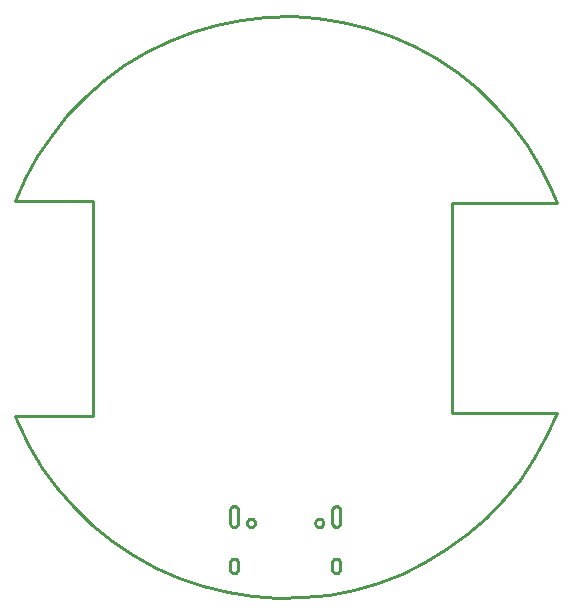
<source format=gbr>
G04 EAGLE Gerber RS-274X export*
G75*
%MOMM*%
%FSLAX34Y34*%
%LPD*%
%IN*%
%IPPOS*%
%AMOC8*
5,1,8,0,0,1.08239X$1,22.5*%
G01*
%ADD10C,0.254000*%


D10*
X-24130Y160020D02*
X-21614Y154039D01*
X-12151Y134699D01*
X-1040Y116257D01*
X11637Y98854D01*
X25783Y82622D01*
X41289Y67684D01*
X58039Y54155D01*
X75903Y42137D01*
X94747Y31722D01*
X114428Y22989D01*
X134794Y16004D01*
X155692Y10821D01*
X176962Y7479D01*
X198442Y6004D01*
X219969Y6406D01*
X241379Y8683D01*
X262509Y12818D01*
X283199Y18778D01*
X303290Y26519D01*
X322630Y35981D01*
X341072Y47093D01*
X358475Y59770D01*
X374707Y73915D01*
X389645Y89422D01*
X403174Y106171D01*
X415192Y124036D01*
X425607Y142880D01*
X434340Y162560D01*
X345440Y162560D01*
X345440Y340360D01*
X434340Y340360D01*
X429643Y351789D01*
X420154Y371003D01*
X409027Y389317D01*
X396345Y406592D01*
X382207Y422695D01*
X366719Y437505D01*
X349998Y450909D01*
X332174Y462804D01*
X313380Y473101D01*
X293761Y481720D01*
X273464Y488597D01*
X252646Y493679D01*
X231464Y496927D01*
X210080Y498316D01*
X188656Y497837D01*
X167355Y495492D01*
X146340Y491299D01*
X125770Y485291D01*
X105802Y477513D01*
X86587Y468024D01*
X68273Y456896D01*
X50999Y444215D01*
X34895Y430076D01*
X20085Y414588D01*
X6682Y397868D01*
X-5214Y380043D01*
X-15510Y361250D01*
X-24130Y341630D01*
X41910Y341630D01*
X41910Y160020D01*
X-24130Y160020D01*
X244420Y30020D02*
X244432Y29737D01*
X244469Y29456D01*
X244531Y29179D01*
X244616Y28908D01*
X244725Y28647D01*
X244855Y28395D01*
X245008Y28156D01*
X245180Y27931D01*
X245372Y27722D01*
X245581Y27530D01*
X245806Y27358D01*
X246045Y27205D01*
X246297Y27075D01*
X246558Y26966D01*
X246829Y26881D01*
X247106Y26819D01*
X247387Y26782D01*
X247670Y26770D01*
X247953Y26782D01*
X248234Y26819D01*
X248511Y26881D01*
X248782Y26966D01*
X249044Y27075D01*
X249295Y27205D01*
X249534Y27358D01*
X249759Y27530D01*
X249968Y27722D01*
X250160Y27931D01*
X250332Y28156D01*
X250485Y28395D01*
X250616Y28647D01*
X250724Y28908D01*
X250809Y29179D01*
X250871Y29456D01*
X250908Y29737D01*
X250920Y30020D01*
X250920Y36020D01*
X250908Y36303D01*
X250871Y36584D01*
X250809Y36861D01*
X250724Y37132D01*
X250616Y37394D01*
X250485Y37645D01*
X250332Y37884D01*
X250160Y38109D01*
X249968Y38318D01*
X249759Y38510D01*
X249534Y38682D01*
X249295Y38835D01*
X249044Y38966D01*
X248782Y39074D01*
X248511Y39159D01*
X248234Y39221D01*
X247953Y39258D01*
X247670Y39270D01*
X247387Y39258D01*
X247106Y39221D01*
X246829Y39159D01*
X246558Y39074D01*
X246297Y38966D01*
X246045Y38835D01*
X245806Y38682D01*
X245581Y38510D01*
X245372Y38318D01*
X245180Y38109D01*
X245008Y37884D01*
X244855Y37645D01*
X244725Y37394D01*
X244616Y37132D01*
X244531Y36861D01*
X244469Y36584D01*
X244432Y36303D01*
X244420Y36020D01*
X244420Y30020D01*
X158020Y30020D02*
X158032Y29737D01*
X158069Y29456D01*
X158131Y29179D01*
X158216Y28908D01*
X158325Y28647D01*
X158455Y28395D01*
X158608Y28156D01*
X158780Y27931D01*
X158972Y27722D01*
X159181Y27530D01*
X159406Y27358D01*
X159645Y27205D01*
X159897Y27075D01*
X160158Y26966D01*
X160429Y26881D01*
X160706Y26819D01*
X160987Y26782D01*
X161270Y26770D01*
X161553Y26782D01*
X161834Y26819D01*
X162111Y26881D01*
X162382Y26966D01*
X162644Y27075D01*
X162895Y27205D01*
X163134Y27358D01*
X163359Y27530D01*
X163568Y27722D01*
X163760Y27931D01*
X163932Y28156D01*
X164085Y28395D01*
X164216Y28647D01*
X164324Y28908D01*
X164409Y29179D01*
X164471Y29456D01*
X164508Y29737D01*
X164520Y30020D01*
X164520Y36020D01*
X164508Y36303D01*
X164471Y36584D01*
X164409Y36861D01*
X164324Y37132D01*
X164216Y37394D01*
X164085Y37645D01*
X163932Y37884D01*
X163760Y38109D01*
X163568Y38318D01*
X163359Y38510D01*
X163134Y38682D01*
X162895Y38835D01*
X162644Y38966D01*
X162382Y39074D01*
X162111Y39159D01*
X161834Y39221D01*
X161553Y39258D01*
X161270Y39270D01*
X160987Y39258D01*
X160706Y39221D01*
X160429Y39159D01*
X160158Y39074D01*
X159897Y38966D01*
X159645Y38835D01*
X159406Y38682D01*
X159181Y38510D01*
X158972Y38318D01*
X158780Y38109D01*
X158608Y37884D01*
X158455Y37645D01*
X158325Y37394D01*
X158216Y37132D01*
X158131Y36861D01*
X158069Y36584D01*
X158032Y36303D01*
X158020Y36020D01*
X158020Y30020D01*
X244420Y69320D02*
X244432Y69037D01*
X244469Y68756D01*
X244531Y68479D01*
X244616Y68208D01*
X244725Y67947D01*
X244855Y67695D01*
X245008Y67456D01*
X245180Y67231D01*
X245372Y67022D01*
X245581Y66830D01*
X245806Y66658D01*
X246045Y66505D01*
X246297Y66375D01*
X246558Y66266D01*
X246829Y66181D01*
X247106Y66119D01*
X247387Y66082D01*
X247670Y66070D01*
X247953Y66082D01*
X248234Y66119D01*
X248511Y66181D01*
X248782Y66266D01*
X249044Y66375D01*
X249295Y66505D01*
X249534Y66658D01*
X249759Y66830D01*
X249968Y67022D01*
X250160Y67231D01*
X250332Y67456D01*
X250485Y67695D01*
X250616Y67947D01*
X250724Y68208D01*
X250809Y68479D01*
X250871Y68756D01*
X250908Y69037D01*
X250920Y69320D01*
X250920Y80320D01*
X250908Y80603D01*
X250871Y80884D01*
X250809Y81161D01*
X250724Y81432D01*
X250616Y81694D01*
X250485Y81945D01*
X250332Y82184D01*
X250160Y82409D01*
X249968Y82618D01*
X249759Y82810D01*
X249534Y82982D01*
X249295Y83135D01*
X249044Y83266D01*
X248782Y83374D01*
X248511Y83459D01*
X248234Y83521D01*
X247953Y83558D01*
X247670Y83570D01*
X247387Y83558D01*
X247106Y83521D01*
X246829Y83459D01*
X246558Y83374D01*
X246297Y83266D01*
X246045Y83135D01*
X245806Y82982D01*
X245581Y82810D01*
X245372Y82618D01*
X245180Y82409D01*
X245008Y82184D01*
X244855Y81945D01*
X244725Y81694D01*
X244616Y81432D01*
X244531Y81161D01*
X244469Y80884D01*
X244432Y80603D01*
X244420Y80320D01*
X244420Y69320D01*
X158020Y69320D02*
X158032Y69037D01*
X158069Y68756D01*
X158131Y68479D01*
X158216Y68208D01*
X158325Y67947D01*
X158455Y67695D01*
X158608Y67456D01*
X158780Y67231D01*
X158972Y67022D01*
X159181Y66830D01*
X159406Y66658D01*
X159645Y66505D01*
X159897Y66375D01*
X160158Y66266D01*
X160429Y66181D01*
X160706Y66119D01*
X160987Y66082D01*
X161270Y66070D01*
X161553Y66082D01*
X161834Y66119D01*
X162111Y66181D01*
X162382Y66266D01*
X162644Y66375D01*
X162895Y66505D01*
X163134Y66658D01*
X163359Y66830D01*
X163568Y67022D01*
X163760Y67231D01*
X163932Y67456D01*
X164085Y67695D01*
X164216Y67947D01*
X164324Y68208D01*
X164409Y68479D01*
X164471Y68756D01*
X164508Y69037D01*
X164520Y69320D01*
X164520Y80320D01*
X164508Y80603D01*
X164471Y80884D01*
X164409Y81161D01*
X164324Y81432D01*
X164216Y81694D01*
X164085Y81945D01*
X163932Y82184D01*
X163760Y82409D01*
X163568Y82618D01*
X163359Y82810D01*
X163134Y82982D01*
X162895Y83135D01*
X162644Y83266D01*
X162382Y83374D01*
X162111Y83459D01*
X161834Y83521D01*
X161553Y83558D01*
X161270Y83570D01*
X160987Y83558D01*
X160706Y83521D01*
X160429Y83459D01*
X160158Y83374D01*
X159897Y83266D01*
X159645Y83135D01*
X159406Y82982D01*
X159181Y82810D01*
X158972Y82618D01*
X158780Y82409D01*
X158608Y82184D01*
X158455Y81945D01*
X158325Y81694D01*
X158216Y81432D01*
X158131Y81161D01*
X158069Y80884D01*
X158032Y80603D01*
X158020Y80320D01*
X158020Y69320D01*
X179070Y69291D02*
X179010Y68836D01*
X178891Y68393D01*
X178716Y67969D01*
X178486Y67571D01*
X178207Y67207D01*
X177883Y66883D01*
X177519Y66604D01*
X177121Y66374D01*
X176697Y66199D01*
X176254Y66080D01*
X175799Y66020D01*
X175341Y66020D01*
X174886Y66080D01*
X174443Y66199D01*
X174019Y66374D01*
X173621Y66604D01*
X173257Y66883D01*
X172933Y67207D01*
X172654Y67571D01*
X172424Y67969D01*
X172249Y68393D01*
X172130Y68836D01*
X172070Y69291D01*
X172070Y69749D01*
X172130Y70204D01*
X172249Y70647D01*
X172424Y71071D01*
X172654Y71469D01*
X172933Y71833D01*
X173257Y72157D01*
X173621Y72436D01*
X174019Y72666D01*
X174443Y72841D01*
X174886Y72960D01*
X175341Y73020D01*
X175799Y73020D01*
X176254Y72960D01*
X176697Y72841D01*
X177121Y72666D01*
X177519Y72436D01*
X177883Y72157D01*
X178207Y71833D01*
X178486Y71469D01*
X178716Y71071D01*
X178891Y70647D01*
X179010Y70204D01*
X179070Y69749D01*
X179070Y69291D01*
X236870Y69291D02*
X236810Y68836D01*
X236691Y68393D01*
X236516Y67969D01*
X236286Y67571D01*
X236007Y67207D01*
X235683Y66883D01*
X235319Y66604D01*
X234921Y66374D01*
X234497Y66199D01*
X234054Y66080D01*
X233599Y66020D01*
X233141Y66020D01*
X232686Y66080D01*
X232243Y66199D01*
X231819Y66374D01*
X231421Y66604D01*
X231057Y66883D01*
X230733Y67207D01*
X230454Y67571D01*
X230224Y67969D01*
X230049Y68393D01*
X229930Y68836D01*
X229870Y69291D01*
X229870Y69749D01*
X229930Y70204D01*
X230049Y70647D01*
X230224Y71071D01*
X230454Y71469D01*
X230733Y71833D01*
X231057Y72157D01*
X231421Y72436D01*
X231819Y72666D01*
X232243Y72841D01*
X232686Y72960D01*
X233141Y73020D01*
X233599Y73020D01*
X234054Y72960D01*
X234497Y72841D01*
X234921Y72666D01*
X235319Y72436D01*
X235683Y72157D01*
X236007Y71833D01*
X236286Y71469D01*
X236516Y71071D01*
X236691Y70647D01*
X236810Y70204D01*
X236870Y69749D01*
X236870Y69291D01*
M02*

</source>
